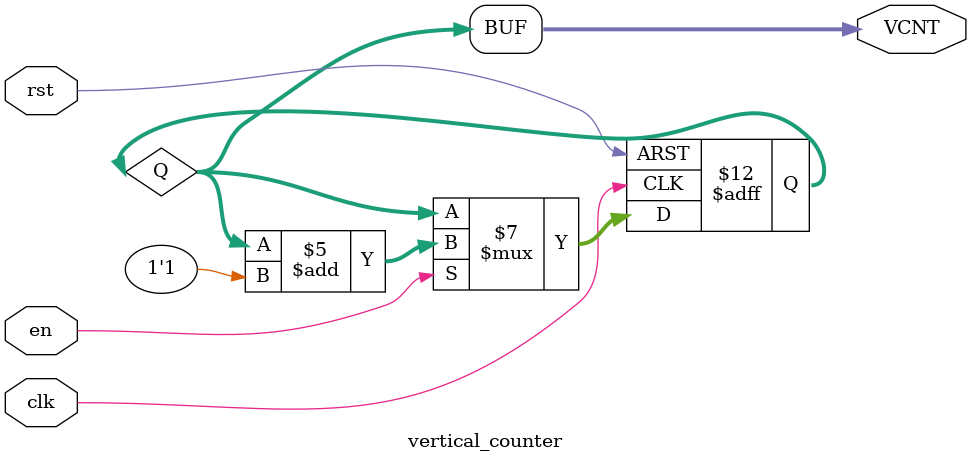
<source format=v>
module vertical_counter (input en, input clk, input rst, output [10:0] VCNT);

/*
* for each clock pulse
*		if reset
*			count = 0
*		else if count = max V count
*			count = 0
*		else if enabled 
*			count + 1
*		else 
*			count = count
*
* Maximum size of VGA is 1920Hx1200V
*		Thus a register of 11 bits will be used for V counter 2^10 = 1024, 2^11 = 2048
*/
	parameter VERTICAL_TOTAL_FRAME = -1;
	reg [10:0] Q;

	always@(posedge clk or negedge rst)
	begin
		if(rst == 1'b0)
			Q <= 11'b0;
		else if(Q == VERTICAL_TOTAL_FRAME - 1)
			Q <= 11'b0;
		else if(en == 1'b1)
			Q <= Q + 1'b1;
		else 
			Q <= Q;
	end
	
	assign VCNT = Q;
	
endmodule 
</source>
